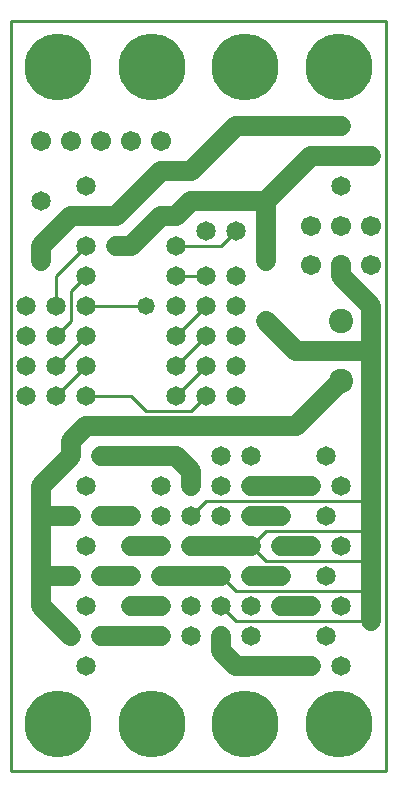
<source format=gbl>
%MOIN*%
%FSLAX25Y25*%
G04 D10 used for Character Trace; *
G04     Circle (OD=.01000) (No hole)*
G04 D11 used for Power Trace; *
G04     Circle (OD=.06700) (No hole)*
G04 D12 used for Signal Trace; *
G04     Circle (OD=.01100) (No hole)*
G04 D13 used for Via; *
G04     Circle (OD=.05800) (Round. Hole ID=.02800)*
G04 D14 used for Component hole; *
G04     Circle (OD=.06500) (Round. Hole ID=.03500)*
G04 D15 used for Component hole; *
G04     Circle (OD=.06700) (Round. Hole ID=.04300)*
G04 D16 used for Component hole; *
G04     Circle (OD=.08100) (Round. Hole ID=.05100)*
G04 D17 used for Component hole; *
G04     Circle (OD=.08900) (Round. Hole ID=.05900)*
G04 D18 used for Component hole; *
G04     Circle (OD=.11300) (Round. Hole ID=.08300)*
G04 D19 used for Component hole; *
G04     Circle (OD=.16000) (Round. Hole ID=.13000)*
G04 D20 used for Component hole; *
G04     Circle (OD=.18300) (Round. Hole ID=.15300)*
G04 D21 used for Component hole; *
G04     Circle (OD=.22291) (Round. Hole ID=.19291)*
%ADD10C,.01000*%
%ADD11C,.06700*%
%ADD12C,.01100*%
%ADD13C,.05800*%
%ADD14C,.06500*%
%ADD15C,.06700*%
%ADD16C,.08100*%
%ADD17C,.08900*%
%ADD18C,.11300*%
%ADD19C,.16000*%
%ADD20C,.18300*%
%ADD21C,.22291*%
%IPPOS*%
%LPD*%
G90*X0Y0D02*D21*X15625Y15625D03*D14*              
X25000Y35000D03*X30000Y45000D03*D11*X50000D01*D14*
D03*X60000Y55000D03*X40000D03*D11*X50000D01*D14*  
D03*X60000Y45000D03*Y65000D03*D11*X50000D01*D14*  
D03*X60000Y75000D03*D11*X70000D01*D14*D03*D11*    
X80000D01*D14*D03*D12*X85000Y70000D01*X120000D01* 
D11*Y60000D01*Y50000D01*D12*X75000D01*            
X70000Y55000D01*D14*D03*D12*X75000Y60000D02*      
X120000D01*D11*Y70000D02*Y80000D01*D12*X85000D01* 
X80000Y75000D01*D14*X90000Y65000D03*D11*X80000D01*
D14*D03*D12*X75000Y60000D02*X70000Y65000D01*D14*  
D03*D11*X60000D01*D14*X50000Y75000D03*D11*        
X40000D01*D14*D03*X50000Y85000D03*X30000D03*D11*  
X40000D01*D14*D03*X50000Y95000D03*X25000D03*      
Y75000D03*X20000Y105000D03*D11*X10000Y95000D01*   
Y85000D01*Y65000D01*Y55000D01*X20000Y45000D01*D14*
D03*X25000Y55000D03*X40000Y65000D03*D11*X30000D01*
D14*D03*X20000D03*D11*X10000D01*D14*              
X20000Y85000D03*D11*X10000D01*D14*                
X30000Y105000D03*D11*X55000D01*X60000Y100000D01*  
Y95000D01*D14*D03*D12*Y85000D02*X65000Y90000D01*  
D14*X60000Y85000D03*D12*X65000Y90000D02*          
X120000D01*D11*Y80000D01*Y90000D02*Y140000D01*    
X95000D01*X85000Y150000D01*D14*D03*               
X75000Y155000D03*Y145000D03*Y135000D03*Y165000D03*
D15*X100000Y168500D03*D14*X65000Y165000D03*D12*   
X55000D01*D14*D03*X65000Y155000D03*D12*           
X55000Y145000D01*D14*D03*X65000Y135000D03*D12*    
X55000Y125000D01*D14*D03*D12*X45000Y120000D02*    
X60000D01*X45000D02*X40000Y125000D01*X25000D01*   
D14*D03*D13*X35000Y115000D03*D11*X25000D01*       
X20000Y110000D01*Y105000D01*X35000Y115000D02*     
X95000D01*X110000Y130000D01*D16*D03*D11*          
X120000Y140000D02*Y155000D01*X110000Y165000D01*   
Y168500D01*D15*D03*X120000Y181500D03*X100000D03*  
X120000Y168500D03*X110000Y181500D03*D16*          
Y150000D03*D11*X85000Y180000D02*Y190000D01*D14*   
Y180000D03*D11*Y170000D01*D14*D03*                
X75000Y180000D03*D12*X70000Y175000D01*X55000D01*  
D14*D03*Y185000D03*D11*X50000D01*X40000Y175000D01*
X35000D01*D13*D03*D14*X25000Y185000D03*D11*       
X20000D01*X10000Y175000D01*Y170000D01*D14*D03*D12*
X15000Y155000D02*Y165000D01*D14*Y155000D03*D12*   
Y145000D02*X20000Y150000D01*D14*X15000Y145000D03* 
D12*X20000Y150000D02*Y160000D01*X25000Y165000D01* 
D14*D03*Y175000D03*D12*X15000Y165000D01*D14*      
X25000Y155000D03*D12*X45000D01*D13*D03*D14*       
X55000D03*X25000Y135000D03*D12*X15000Y125000D01*  
D14*D03*X5000Y135000D03*X15000D03*D12*            
X25000Y145000D01*D14*D03*X5000Y125000D03*         
Y155000D03*Y145000D03*X55000Y135000D03*D12*       
X65000Y145000D01*D14*D03*Y125000D03*D12*          
X60000Y120000D01*D14*X75000Y125000D03*            
X70000Y105000D03*X80000D03*X70000Y95000D03*       
X80000D03*D11*X100000D01*D14*D03*X90000Y85000D03* 
D11*X80000D01*D14*D03*X90000Y75000D03*D11*        
X100000D01*D14*D03*X105000Y85000D03*              
X110000Y75000D03*X105000Y65000D03*X80000Y55000D03*
X110000Y95000D03*X90000Y55000D03*D11*X100000D01*  
D14*D03*X110000D03*X105000Y45000D03*              
X100000Y35000D03*D11*X75000D01*X70000Y40000D01*   
Y45000D01*D14*D03*X80000D03*D21*X46875Y15625D03*  
X78125D03*X109375D03*D14*X110000Y35000D03*        
X70000Y85000D03*D12*X0Y0D02*X125000D01*X0D02*     
Y250000D01*X125000D01*Y0D01*D14*X105000Y105000D03*
X65000Y180000D03*D11*X55000Y185000D02*            
X60000Y190000D01*X85000D01*X100000Y205000D01*     
X120000D01*D14*D03*X110000Y215000D03*D11*         
X75000D01*X65000Y205000D01*D13*D03*D11*           
X60000Y200000D01*X50000D01*X45000Y195000D01*D14*  
D03*D11*X35000Y185000D01*X25000D01*D14*Y195000D03*
X10000Y190000D03*D15*X50000Y210000D03*X40000D03*  
X30000D03*X20000D03*X10000D03*D21*                
X46875Y234375D03*X15625D03*X78125D03*D14*         
X110000Y195000D03*D21*X109375Y234375D03*M02*      

</source>
